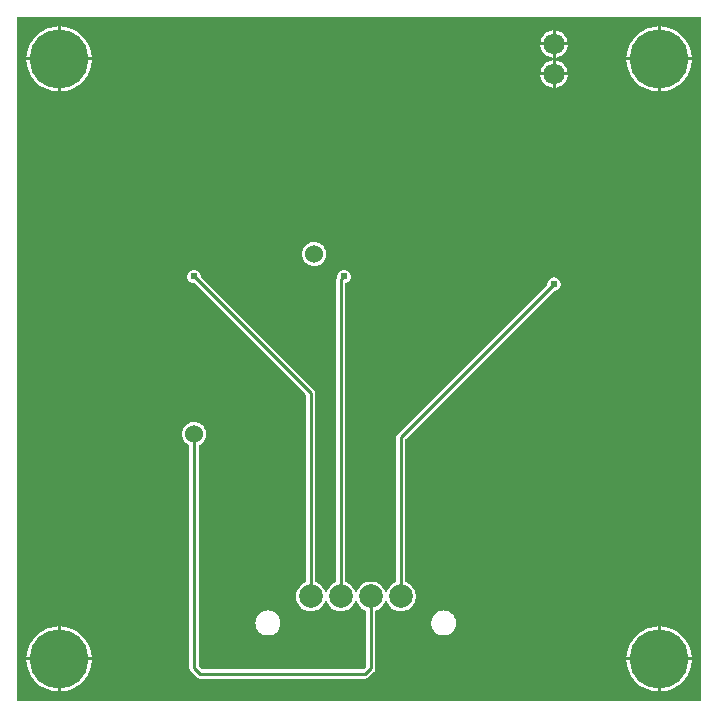
<source format=gbl>
G04 Layer: BottomLayer*
G04 EasyEDA v6.5.32, 2023-07-25 14:04:49*
G04 c9cfb0145de049638fc0d3ee16389aac,5a6b42c53f6a479593ecc07194224c93,10*
G04 Gerber Generator version 0.2*
G04 Scale: 100 percent, Rotated: No, Reflected: No *
G04 Dimensions in millimeters *
G04 leading zeros omitted , absolute positions ,4 integer and 5 decimal *
%FSLAX45Y45*%
%MOMM*%

%ADD10C,0.2540*%
%ADD11C,5.0000*%
%ADD12C,1.8000*%
%ADD13C,1.5240*%
%ADD14C,2.0000*%
%ADD15C,0.6096*%
%ADD16C,0.0132*%

%LPD*%
G36*
X5805932Y25908D02*
G01*
X36068Y26416D01*
X32156Y27178D01*
X28905Y29362D01*
X26670Y32664D01*
X25908Y36576D01*
X25908Y5805932D01*
X26670Y5809843D01*
X28905Y5813094D01*
X32156Y5815330D01*
X36068Y5816092D01*
X5805932Y5816092D01*
X5809843Y5815330D01*
X5813094Y5813094D01*
X5815330Y5809843D01*
X5816092Y5805932D01*
X5816092Y36068D01*
X5815330Y32207D01*
X5813094Y28905D01*
X5809843Y26670D01*
G37*

%LPC*%
G36*
X4456887Y5600700D02*
G01*
X4559300Y5600700D01*
X4559300Y5702960D01*
X4550308Y5701842D01*
X4536186Y5698236D01*
X4522673Y5692851D01*
X4509922Y5685840D01*
X4498136Y5677306D01*
X4487519Y5667349D01*
X4478223Y5656122D01*
X4470450Y5643829D01*
X4464253Y5630672D01*
X4459732Y5616803D01*
X4457039Y5602528D01*
G37*
G36*
X393700Y105562D02*
G01*
X398322Y105664D01*
X421284Y108051D01*
X443992Y112369D01*
X466242Y118618D01*
X487934Y126644D01*
X508812Y136499D01*
X528828Y148031D01*
X547827Y161239D01*
X565607Y175971D01*
X582117Y192125D01*
X597204Y209600D01*
X610819Y228295D01*
X622757Y248107D01*
X633018Y268782D01*
X641553Y290271D01*
X648208Y312369D01*
X653034Y334975D01*
X655929Y357936D01*
X656336Y368300D01*
X393700Y368300D01*
G37*
G36*
X5448300Y105613D02*
G01*
X5448300Y368300D01*
X5185410Y368300D01*
X5187289Y346405D01*
X5191150Y323646D01*
X5196890Y301244D01*
X5204460Y279450D01*
X5213858Y258317D01*
X5224983Y238099D01*
X5237784Y218846D01*
X5252161Y200710D01*
X5267960Y183896D01*
X5285130Y168402D01*
X5303520Y154432D01*
X5323027Y142087D01*
X5343499Y131368D01*
X5364835Y122428D01*
X5386781Y115265D01*
X5409285Y109982D01*
X5432145Y106629D01*
G37*
G36*
X368300Y105613D02*
G01*
X368300Y368300D01*
X105410Y368300D01*
X107289Y346405D01*
X111150Y323646D01*
X116890Y301244D01*
X124460Y279450D01*
X133858Y258317D01*
X144983Y238099D01*
X157784Y218846D01*
X172161Y200710D01*
X187960Y183896D01*
X205130Y168402D01*
X223520Y154432D01*
X243027Y142087D01*
X263499Y131368D01*
X284835Y122428D01*
X306781Y115265D01*
X329285Y109982D01*
X352145Y106629D01*
G37*
G36*
X1575308Y215392D02*
G01*
X2971292Y215392D01*
X2979318Y216204D01*
X2986532Y218389D01*
X2993237Y221945D01*
X2999435Y227075D01*
X3046984Y274624D01*
X3052114Y280822D01*
X3055670Y287528D01*
X3057855Y294741D01*
X3058668Y302768D01*
X3058668Y783742D01*
X3059379Y787552D01*
X3061512Y790803D01*
X3064662Y792988D01*
X3078683Y799338D01*
X3091688Y807161D01*
X3103626Y816559D01*
X3114395Y827278D01*
X3123793Y839266D01*
X3131616Y852271D01*
X3137916Y866190D01*
X3140151Y869340D01*
X3143351Y871474D01*
X3147161Y872185D01*
X3150971Y871474D01*
X3154222Y869340D01*
X3156458Y866190D01*
X3162706Y852271D01*
X3170580Y839266D01*
X3179927Y827278D01*
X3190697Y816559D01*
X3202635Y807161D01*
X3215690Y799338D01*
X3229508Y793089D01*
X3244037Y788568D01*
X3258972Y785825D01*
X3274161Y784910D01*
X3289350Y785825D01*
X3304286Y788568D01*
X3318814Y793089D01*
X3332683Y799338D01*
X3345687Y807161D01*
X3357626Y816559D01*
X3368395Y827278D01*
X3377793Y839266D01*
X3385616Y852271D01*
X3391865Y866140D01*
X3396386Y880668D01*
X3399129Y895603D01*
X3400044Y910793D01*
X3399129Y925982D01*
X3396386Y940917D01*
X3391865Y955446D01*
X3385616Y969264D01*
X3377793Y982319D01*
X3368395Y994257D01*
X3357626Y1005027D01*
X3345687Y1014374D01*
X3332683Y1022248D01*
X3318764Y1028496D01*
X3315614Y1030732D01*
X3313531Y1033983D01*
X3312820Y1037742D01*
X3312820Y2237892D01*
X3313582Y2241804D01*
X3315766Y2245106D01*
X4567478Y3496767D01*
X4570374Y3498799D01*
X4573778Y3499713D01*
X4581804Y3500424D01*
X4591253Y3502964D01*
X4600194Y3507130D01*
X4608220Y3512769D01*
X4615180Y3519678D01*
X4620818Y3527755D01*
X4624933Y3536645D01*
X4627473Y3546144D01*
X4628337Y3555898D01*
X4627473Y3565702D01*
X4624933Y3575202D01*
X4620818Y3584092D01*
X4615180Y3592169D01*
X4608220Y3599078D01*
X4600194Y3604717D01*
X4591253Y3608882D01*
X4581804Y3611422D01*
X4572000Y3612286D01*
X4562195Y3611422D01*
X4552746Y3608882D01*
X4543806Y3604717D01*
X4535779Y3599078D01*
X4528820Y3592169D01*
X4523181Y3584092D01*
X4519066Y3575202D01*
X4516526Y3565702D01*
X4515815Y3557676D01*
X4514900Y3554272D01*
X4512868Y3551377D01*
X3247237Y2285746D01*
X3242106Y2279548D01*
X3238550Y2272893D01*
X3236366Y2265629D01*
X3235604Y2257602D01*
X3235604Y1037793D01*
X3234842Y1033983D01*
X3232759Y1030732D01*
X3229610Y1028496D01*
X3215690Y1022248D01*
X3202635Y1014374D01*
X3190697Y1005027D01*
X3179927Y994257D01*
X3170580Y982319D01*
X3162706Y969264D01*
X3156458Y955344D01*
X3154222Y952195D01*
X3150971Y950112D01*
X3147161Y949350D01*
X3143351Y950112D01*
X3140151Y952195D01*
X3137916Y955344D01*
X3131616Y969264D01*
X3123793Y982319D01*
X3114395Y994257D01*
X3103626Y1005027D01*
X3091688Y1014374D01*
X3078683Y1022248D01*
X3064814Y1028496D01*
X3050286Y1033018D01*
X3035350Y1035761D01*
X3020161Y1036675D01*
X3004972Y1035761D01*
X2990037Y1033018D01*
X2975508Y1028496D01*
X2961690Y1022248D01*
X2948635Y1014374D01*
X2936697Y1005027D01*
X2925927Y994257D01*
X2916580Y982319D01*
X2908706Y969264D01*
X2902458Y955344D01*
X2900222Y952195D01*
X2896971Y950112D01*
X2893161Y949350D01*
X2889351Y950112D01*
X2886151Y952195D01*
X2883916Y955344D01*
X2877616Y969264D01*
X2869793Y982319D01*
X2860395Y994257D01*
X2849626Y1005027D01*
X2837688Y1014374D01*
X2824683Y1022248D01*
X2810764Y1028496D01*
X2807614Y1030732D01*
X2805531Y1033983D01*
X2804769Y1037793D01*
X2804769Y3556457D01*
X2805734Y3560775D01*
X2808427Y3564280D01*
X2822194Y3570681D01*
X2830220Y3576320D01*
X2837180Y3583279D01*
X2842818Y3591306D01*
X2846933Y3600246D01*
X2849473Y3609695D01*
X2850337Y3619500D01*
X2849473Y3629304D01*
X2846933Y3638753D01*
X2842818Y3647694D01*
X2837180Y3655720D01*
X2830220Y3662679D01*
X2822194Y3668318D01*
X2813253Y3672433D01*
X2803804Y3674973D01*
X2794000Y3675837D01*
X2784195Y3674973D01*
X2774746Y3672433D01*
X2765806Y3668318D01*
X2757779Y3662679D01*
X2750820Y3655720D01*
X2745181Y3647694D01*
X2741066Y3638753D01*
X2738526Y3629304D01*
X2737713Y3620262D01*
X2737002Y3617315D01*
X2734106Y3613099D01*
X2730550Y3606444D01*
X2728366Y3599179D01*
X2727553Y3591204D01*
X2727553Y1037793D01*
X2726842Y1033983D01*
X2724759Y1030732D01*
X2721559Y1028496D01*
X2707690Y1022248D01*
X2694635Y1014374D01*
X2682697Y1005027D01*
X2671927Y994257D01*
X2662580Y982319D01*
X2654706Y969264D01*
X2648458Y955344D01*
X2646222Y952195D01*
X2642971Y950112D01*
X2639161Y949350D01*
X2635351Y950112D01*
X2632151Y952195D01*
X2629916Y955344D01*
X2623616Y969264D01*
X2615793Y982319D01*
X2606395Y994257D01*
X2595626Y1005027D01*
X2583688Y1014374D01*
X2570683Y1022248D01*
X2556764Y1028496D01*
X2553614Y1030732D01*
X2551531Y1033983D01*
X2550769Y1037793D01*
X2550769Y2630830D01*
X2550007Y2638856D01*
X2547823Y2646070D01*
X2544267Y2652725D01*
X2539136Y2658973D01*
X1583131Y3614978D01*
X1581099Y3617874D01*
X1580184Y3621278D01*
X1579473Y3629304D01*
X1576933Y3638753D01*
X1572818Y3647694D01*
X1567180Y3655720D01*
X1560220Y3662679D01*
X1552194Y3668318D01*
X1543253Y3672433D01*
X1533804Y3674973D01*
X1524000Y3675837D01*
X1514195Y3674973D01*
X1504746Y3672433D01*
X1495806Y3668318D01*
X1487779Y3662679D01*
X1480820Y3655720D01*
X1475181Y3647694D01*
X1471066Y3638753D01*
X1468526Y3629304D01*
X1467662Y3619500D01*
X1468526Y3609695D01*
X1471066Y3600246D01*
X1475181Y3591306D01*
X1480820Y3583279D01*
X1487779Y3576320D01*
X1495806Y3570681D01*
X1504746Y3566566D01*
X1514195Y3564026D01*
X1522222Y3563315D01*
X1525625Y3562400D01*
X1528521Y3560368D01*
X2470607Y2618282D01*
X2472791Y2614980D01*
X2473553Y2611120D01*
X2473553Y1037793D01*
X2472842Y1033983D01*
X2470759Y1030732D01*
X2467559Y1028496D01*
X2453690Y1022248D01*
X2440635Y1014374D01*
X2428697Y1005027D01*
X2417927Y994257D01*
X2408580Y982319D01*
X2400706Y969264D01*
X2394458Y955446D01*
X2389936Y940917D01*
X2387193Y925982D01*
X2386279Y910793D01*
X2387193Y895603D01*
X2389936Y880668D01*
X2394458Y866140D01*
X2400706Y852271D01*
X2408580Y839266D01*
X2417927Y827278D01*
X2428697Y816559D01*
X2440635Y807161D01*
X2453690Y799338D01*
X2467508Y793089D01*
X2482037Y788568D01*
X2496972Y785825D01*
X2512161Y784910D01*
X2527350Y785825D01*
X2542286Y788568D01*
X2556814Y793089D01*
X2570683Y799338D01*
X2583688Y807161D01*
X2595626Y816559D01*
X2606395Y827278D01*
X2615793Y839266D01*
X2623616Y852271D01*
X2629916Y866190D01*
X2632151Y869340D01*
X2635351Y871474D01*
X2639161Y872185D01*
X2642971Y871474D01*
X2646222Y869340D01*
X2648458Y866190D01*
X2654706Y852271D01*
X2662580Y839266D01*
X2671927Y827278D01*
X2682697Y816559D01*
X2694635Y807161D01*
X2707690Y799338D01*
X2721508Y793089D01*
X2736037Y788568D01*
X2750972Y785825D01*
X2766161Y784910D01*
X2781350Y785825D01*
X2796286Y788568D01*
X2810814Y793089D01*
X2824683Y799338D01*
X2837688Y807161D01*
X2849626Y816559D01*
X2860395Y827278D01*
X2869793Y839266D01*
X2877616Y852271D01*
X2883916Y866190D01*
X2886151Y869340D01*
X2889351Y871474D01*
X2893161Y872185D01*
X2896971Y871474D01*
X2900222Y869340D01*
X2902458Y866190D01*
X2908706Y852271D01*
X2916580Y839266D01*
X2925927Y827278D01*
X2936697Y816559D01*
X2948635Y807161D01*
X2961690Y799338D01*
X2975457Y793089D01*
X2978607Y790854D01*
X2980740Y787654D01*
X2981452Y783844D01*
X2981452Y322478D01*
X2980690Y318566D01*
X2978454Y315264D01*
X2958795Y295605D01*
X2955493Y293370D01*
X2951581Y292608D01*
X1595018Y292608D01*
X1591106Y293370D01*
X1587804Y295605D01*
X1565605Y317804D01*
X1563370Y321106D01*
X1562608Y325018D01*
X1562608Y2185060D01*
X1563319Y2188819D01*
X1565402Y2192070D01*
X1568500Y2194306D01*
X1573072Y2196388D01*
X1584553Y2203754D01*
X1594967Y2212543D01*
X1604111Y2222652D01*
X1611833Y2233879D01*
X1617980Y2246071D01*
X1622450Y2258974D01*
X1625193Y2272334D01*
X1626107Y2285949D01*
X1625193Y2299512D01*
X1622450Y2312873D01*
X1617980Y2325776D01*
X1611833Y2337968D01*
X1604111Y2349195D01*
X1594967Y2359304D01*
X1584553Y2368092D01*
X1573072Y2375458D01*
X1560677Y2381199D01*
X1547672Y2385212D01*
X1534210Y2387498D01*
X1520596Y2387955D01*
X1507032Y2386584D01*
X1493774Y2383434D01*
X1481023Y2378506D01*
X1469085Y2371953D01*
X1458112Y2363876D01*
X1448308Y2354427D01*
X1439824Y2343708D01*
X1432864Y2331974D01*
X1427581Y2319426D01*
X1423974Y2306269D01*
X1422146Y2292756D01*
X1422146Y2279091D01*
X1423974Y2265578D01*
X1427581Y2252421D01*
X1432864Y2239873D01*
X1439824Y2228138D01*
X1448308Y2217470D01*
X1458112Y2207971D01*
X1469085Y2199894D01*
X1480108Y2193848D01*
X1482902Y2191562D01*
X1484731Y2188464D01*
X1485392Y2184908D01*
X1485392Y305308D01*
X1486204Y297281D01*
X1488389Y290068D01*
X1491945Y283362D01*
X1497076Y277164D01*
X1547164Y227075D01*
X1553362Y221945D01*
X1560068Y218389D01*
X1567281Y216204D01*
G37*
G36*
X4584700Y5600700D02*
G01*
X4687112Y5600700D01*
X4686960Y5602528D01*
X4684268Y5616803D01*
X4679746Y5630672D01*
X4673549Y5643829D01*
X4665776Y5656122D01*
X4656480Y5667349D01*
X4645863Y5677306D01*
X4634077Y5685840D01*
X4621326Y5692851D01*
X4607814Y5698236D01*
X4593691Y5701842D01*
X4584700Y5702960D01*
G37*
G36*
X5473700Y393700D02*
G01*
X5736336Y393700D01*
X5735929Y404063D01*
X5733034Y427024D01*
X5728208Y449630D01*
X5721553Y471728D01*
X5713018Y493217D01*
X5702757Y513892D01*
X5690819Y533704D01*
X5677204Y552348D01*
X5662117Y569874D01*
X5645607Y586028D01*
X5627827Y600760D01*
X5608828Y613968D01*
X5588812Y625500D01*
X5567934Y635355D01*
X5546242Y643382D01*
X5523992Y649630D01*
X5501284Y653948D01*
X5478322Y656336D01*
X5473700Y656437D01*
G37*
G36*
X393700Y393700D02*
G01*
X656336Y393700D01*
X655929Y404063D01*
X653034Y427024D01*
X648208Y449630D01*
X641553Y471728D01*
X633018Y493217D01*
X622757Y513892D01*
X610819Y533704D01*
X597204Y552348D01*
X582117Y569874D01*
X565607Y586028D01*
X547827Y600760D01*
X528828Y613968D01*
X508812Y625500D01*
X487934Y635355D01*
X466242Y643382D01*
X443992Y649630D01*
X421284Y653948D01*
X398322Y656336D01*
X393700Y656437D01*
G37*
G36*
X5185410Y393700D02*
G01*
X5448300Y393700D01*
X5448300Y656386D01*
X5432145Y655370D01*
X5409285Y652018D01*
X5386781Y646734D01*
X5364835Y639572D01*
X5343499Y630631D01*
X5323027Y619912D01*
X5303520Y607568D01*
X5285130Y593598D01*
X5267960Y578104D01*
X5252161Y561289D01*
X5237784Y543153D01*
X5224983Y523900D01*
X5213858Y503682D01*
X5204460Y482549D01*
X5196890Y460756D01*
X5191150Y438353D01*
X5187289Y415594D01*
G37*
G36*
X105410Y393700D02*
G01*
X368300Y393700D01*
X368300Y656386D01*
X352145Y655370D01*
X329285Y652018D01*
X306781Y646734D01*
X284835Y639572D01*
X263499Y630631D01*
X243027Y619912D01*
X223520Y607568D01*
X205130Y593598D01*
X187960Y578104D01*
X172161Y561289D01*
X157784Y543153D01*
X144983Y523900D01*
X133858Y503682D01*
X124460Y482549D01*
X116890Y460756D01*
X111150Y438353D01*
X107289Y415594D01*
G37*
G36*
X2149602Y579882D02*
G01*
X2163419Y580796D01*
X2176983Y583488D01*
X2190140Y587959D01*
X2202535Y594055D01*
X2214067Y601776D01*
X2224481Y610920D01*
X2233625Y621334D01*
X2241296Y632815D01*
X2247442Y645261D01*
X2251862Y658368D01*
X2254605Y671931D01*
X2255469Y685749D01*
X2254605Y699617D01*
X2251862Y713181D01*
X2247442Y726287D01*
X2241296Y738733D01*
X2233625Y750214D01*
X2224481Y760628D01*
X2214067Y769772D01*
X2202535Y777494D01*
X2190140Y783590D01*
X2176983Y788060D01*
X2163419Y790752D01*
X2149602Y791667D01*
X2135784Y790752D01*
X2122220Y788060D01*
X2109063Y783590D01*
X2096668Y777494D01*
X2085136Y769772D01*
X2074722Y760628D01*
X2065578Y750214D01*
X2057907Y738733D01*
X2051761Y726287D01*
X2047341Y713181D01*
X2044598Y699617D01*
X2043734Y685749D01*
X2044598Y671931D01*
X2047341Y658368D01*
X2051761Y645261D01*
X2057907Y632815D01*
X2065578Y621334D01*
X2074722Y610920D01*
X2085136Y601776D01*
X2096668Y594055D01*
X2109063Y587959D01*
X2122220Y583488D01*
X2135784Y580796D01*
G37*
G36*
X3636772Y579882D02*
G01*
X3650640Y580796D01*
X3664204Y583488D01*
X3677310Y587959D01*
X3689756Y594055D01*
X3701237Y601776D01*
X3711651Y610920D01*
X3720795Y621334D01*
X3728516Y632815D01*
X3734612Y645261D01*
X3739083Y658368D01*
X3741775Y671931D01*
X3742690Y685749D01*
X3741775Y699617D01*
X3739083Y713181D01*
X3734612Y726287D01*
X3728516Y738733D01*
X3720795Y750214D01*
X3711651Y760628D01*
X3701237Y769772D01*
X3689756Y777494D01*
X3677310Y783590D01*
X3664204Y788060D01*
X3650640Y790752D01*
X3636772Y791667D01*
X3622954Y790752D01*
X3609390Y788060D01*
X3596284Y783590D01*
X3583838Y777494D01*
X3572357Y769772D01*
X3561943Y760628D01*
X3552799Y750214D01*
X3545078Y738733D01*
X3538982Y726287D01*
X3534511Y713181D01*
X3531819Y699617D01*
X3530904Y685749D01*
X3531819Y671931D01*
X3534511Y658368D01*
X3538982Y645261D01*
X3545078Y632815D01*
X3552799Y621334D01*
X3561943Y610920D01*
X3572357Y601776D01*
X3583838Y594055D01*
X3596284Y587959D01*
X3609390Y583488D01*
X3622954Y580796D01*
G37*
G36*
X105410Y5473700D02*
G01*
X368300Y5473700D01*
X368300Y5736386D01*
X352145Y5735370D01*
X329285Y5732018D01*
X306781Y5726734D01*
X284835Y5719572D01*
X263499Y5710631D01*
X243027Y5699912D01*
X223520Y5687568D01*
X205130Y5673598D01*
X187960Y5658104D01*
X172161Y5641289D01*
X157784Y5623153D01*
X144983Y5603900D01*
X133858Y5583682D01*
X124460Y5562549D01*
X116890Y5540756D01*
X111150Y5518353D01*
X107289Y5495594D01*
G37*
G36*
X5185410Y5473700D02*
G01*
X5448300Y5473700D01*
X5448300Y5736386D01*
X5432145Y5735370D01*
X5409285Y5732018D01*
X5386781Y5726734D01*
X5364835Y5719572D01*
X5343499Y5710631D01*
X5323027Y5699912D01*
X5303520Y5687568D01*
X5285130Y5673598D01*
X5267960Y5658104D01*
X5252161Y5641289D01*
X5237784Y5623153D01*
X5224983Y5603900D01*
X5213858Y5583682D01*
X5204460Y5562549D01*
X5196890Y5540756D01*
X5191150Y5518353D01*
X5187289Y5495594D01*
G37*
G36*
X393700Y5473700D02*
G01*
X656336Y5473700D01*
X655929Y5484063D01*
X653034Y5507024D01*
X648208Y5529630D01*
X641553Y5551728D01*
X633018Y5573217D01*
X622757Y5593892D01*
X610819Y5613704D01*
X597204Y5632348D01*
X582117Y5649874D01*
X565607Y5666028D01*
X547827Y5680760D01*
X528828Y5693968D01*
X508812Y5705500D01*
X487934Y5715355D01*
X466242Y5723382D01*
X443992Y5729630D01*
X421284Y5733948D01*
X398322Y5736336D01*
X393700Y5736437D01*
G37*
G36*
X5473700Y5473700D02*
G01*
X5736336Y5473700D01*
X5735929Y5484063D01*
X5733034Y5507024D01*
X5728208Y5529630D01*
X5721553Y5551728D01*
X5713018Y5573217D01*
X5702757Y5593892D01*
X5690819Y5613704D01*
X5677204Y5632348D01*
X5662117Y5649874D01*
X5645607Y5666028D01*
X5627827Y5680760D01*
X5608828Y5693968D01*
X5588812Y5705500D01*
X5567934Y5715355D01*
X5546242Y5723382D01*
X5523992Y5729630D01*
X5501284Y5733948D01*
X5478322Y5736336D01*
X5473700Y5736437D01*
G37*
G36*
X4559300Y5473039D02*
G01*
X4559300Y5575300D01*
X4456887Y5575300D01*
X4457039Y5573471D01*
X4459732Y5559196D01*
X4464253Y5545328D01*
X4470450Y5532170D01*
X4478223Y5519877D01*
X4487519Y5508650D01*
X4498136Y5498693D01*
X4509922Y5490159D01*
X4522673Y5483148D01*
X4536186Y5477764D01*
X4550308Y5474157D01*
G37*
G36*
X5473700Y105562D02*
G01*
X5478322Y105664D01*
X5501284Y108051D01*
X5523992Y112369D01*
X5546242Y118618D01*
X5567934Y126644D01*
X5588812Y136499D01*
X5608828Y148031D01*
X5627827Y161239D01*
X5645607Y175971D01*
X5662117Y192125D01*
X5677204Y209600D01*
X5690819Y228295D01*
X5702757Y248107D01*
X5713018Y268782D01*
X5721553Y290271D01*
X5728208Y312369D01*
X5733034Y334975D01*
X5735929Y357936D01*
X5736336Y368300D01*
X5473700Y368300D01*
G37*
G36*
X2536596Y3707892D02*
G01*
X2550210Y3708349D01*
X2563672Y3710635D01*
X2576677Y3714648D01*
X2589072Y3720388D01*
X2600553Y3727754D01*
X2610967Y3736543D01*
X2620111Y3746652D01*
X2627833Y3757879D01*
X2633980Y3770071D01*
X2638450Y3782974D01*
X2641193Y3796334D01*
X2642108Y3809949D01*
X2641193Y3823512D01*
X2638450Y3836873D01*
X2633980Y3849776D01*
X2627833Y3861968D01*
X2620111Y3873195D01*
X2610967Y3883304D01*
X2600553Y3892092D01*
X2589072Y3899458D01*
X2576677Y3905199D01*
X2563672Y3909212D01*
X2550210Y3911498D01*
X2536596Y3911955D01*
X2523032Y3910584D01*
X2509774Y3907434D01*
X2497023Y3902506D01*
X2485085Y3895953D01*
X2474112Y3887876D01*
X2464308Y3878427D01*
X2455824Y3867708D01*
X2448864Y3855974D01*
X2443581Y3843426D01*
X2439974Y3830269D01*
X2438146Y3816756D01*
X2438146Y3803091D01*
X2439974Y3789578D01*
X2443581Y3776421D01*
X2448864Y3763873D01*
X2455824Y3752138D01*
X2464308Y3741470D01*
X2474112Y3731971D01*
X2485085Y3723894D01*
X2497023Y3717340D01*
X2509774Y3712413D01*
X2523032Y3709263D01*
G37*
G36*
X5473700Y5185562D02*
G01*
X5478322Y5185664D01*
X5501284Y5188051D01*
X5523992Y5192369D01*
X5546242Y5198618D01*
X5567934Y5206644D01*
X5588812Y5216499D01*
X5608828Y5228031D01*
X5627827Y5241239D01*
X5645607Y5255971D01*
X5662117Y5272125D01*
X5677204Y5289600D01*
X5690819Y5308295D01*
X5702757Y5328107D01*
X5713018Y5348782D01*
X5721553Y5370271D01*
X5728208Y5392369D01*
X5733034Y5414975D01*
X5735929Y5437936D01*
X5736336Y5448300D01*
X5473700Y5448300D01*
G37*
G36*
X393700Y5185562D02*
G01*
X398322Y5185664D01*
X421284Y5188051D01*
X443992Y5192369D01*
X466242Y5198618D01*
X487934Y5206644D01*
X508812Y5216499D01*
X528828Y5228031D01*
X547827Y5241239D01*
X565607Y5255971D01*
X582117Y5272125D01*
X597204Y5289600D01*
X610819Y5308295D01*
X622757Y5328107D01*
X633018Y5348782D01*
X641553Y5370271D01*
X648208Y5392369D01*
X653034Y5414975D01*
X655929Y5437936D01*
X656336Y5448300D01*
X393700Y5448300D01*
G37*
G36*
X5448300Y5185613D02*
G01*
X5448300Y5448300D01*
X5185410Y5448300D01*
X5187289Y5426405D01*
X5191150Y5403646D01*
X5196890Y5381244D01*
X5204460Y5359450D01*
X5213858Y5338318D01*
X5224983Y5318099D01*
X5237784Y5298846D01*
X5252161Y5280710D01*
X5267960Y5263896D01*
X5285130Y5248402D01*
X5303520Y5234432D01*
X5323027Y5222087D01*
X5343499Y5211368D01*
X5364835Y5202428D01*
X5386781Y5195265D01*
X5409285Y5189982D01*
X5432145Y5186629D01*
G37*
G36*
X368300Y5185613D02*
G01*
X368300Y5448300D01*
X105410Y5448300D01*
X107289Y5426405D01*
X111150Y5403646D01*
X116890Y5381244D01*
X124460Y5359450D01*
X133858Y5338318D01*
X144983Y5318099D01*
X157784Y5298846D01*
X172161Y5280710D01*
X187960Y5263896D01*
X205130Y5248402D01*
X223520Y5234432D01*
X243027Y5222087D01*
X263499Y5211368D01*
X284835Y5202428D01*
X306781Y5195265D01*
X329285Y5189982D01*
X352145Y5186629D01*
G37*
G36*
X4584700Y5219039D02*
G01*
X4593691Y5220157D01*
X4607814Y5223764D01*
X4621326Y5229148D01*
X4634077Y5236159D01*
X4645863Y5244693D01*
X4656480Y5254650D01*
X4665776Y5265877D01*
X4673549Y5278170D01*
X4679746Y5291328D01*
X4684268Y5305196D01*
X4686960Y5319471D01*
X4687112Y5321300D01*
X4584700Y5321300D01*
G37*
G36*
X4559300Y5219039D02*
G01*
X4559300Y5321300D01*
X4456887Y5321300D01*
X4457039Y5319471D01*
X4459732Y5305196D01*
X4464253Y5291328D01*
X4470450Y5278170D01*
X4478223Y5265877D01*
X4487519Y5254650D01*
X4498136Y5244693D01*
X4509922Y5236159D01*
X4522673Y5229148D01*
X4536186Y5223764D01*
X4550308Y5220157D01*
G37*
G36*
X4584700Y5346700D02*
G01*
X4687112Y5346700D01*
X4686960Y5348528D01*
X4684268Y5362803D01*
X4679746Y5376672D01*
X4673549Y5389829D01*
X4665776Y5402122D01*
X4656480Y5413349D01*
X4645863Y5423306D01*
X4634077Y5431840D01*
X4621326Y5438851D01*
X4607814Y5444236D01*
X4593691Y5447842D01*
X4584700Y5448960D01*
G37*
G36*
X4456887Y5346700D02*
G01*
X4559300Y5346700D01*
X4559300Y5448960D01*
X4550308Y5447842D01*
X4536186Y5444236D01*
X4522673Y5438851D01*
X4509922Y5431840D01*
X4498136Y5423306D01*
X4487519Y5413349D01*
X4478223Y5402122D01*
X4470450Y5389829D01*
X4464253Y5376672D01*
X4459732Y5362803D01*
X4457039Y5348528D01*
G37*
G36*
X4584700Y5473039D02*
G01*
X4593691Y5474157D01*
X4607814Y5477764D01*
X4621326Y5483148D01*
X4634077Y5490159D01*
X4645863Y5498693D01*
X4656480Y5508650D01*
X4665776Y5519877D01*
X4673549Y5532170D01*
X4679746Y5545328D01*
X4684268Y5559196D01*
X4686960Y5573471D01*
X4687112Y5575300D01*
X4584700Y5575300D01*
G37*

%LPD*%
D10*
X3274186Y910793D02*
G01*
X3274186Y2258113D01*
X4572000Y3555926D01*
X2766181Y910790D02*
G01*
X2766181Y3591681D01*
X2794000Y3619500D01*
X2512181Y910790D02*
G01*
X2512181Y2631318D01*
X1524000Y3619500D01*
X1524000Y2285926D02*
G01*
X1524000Y304800D01*
X1574800Y254000D01*
X2971800Y254000D01*
X3020059Y302260D01*
X3020059Y910844D01*
D11*
G01*
X381000Y5461000D03*
G01*
X5461000Y5461000D03*
G01*
X5461000Y381000D03*
G01*
X381000Y381000D03*
D12*
G01*
X4572000Y5588000D03*
G01*
X4572000Y5334000D03*
D13*
G01*
X1524000Y2285923D03*
G01*
X2540000Y3809923D03*
D14*
G01*
X3274186Y910793D03*
G01*
X2512186Y910793D03*
G01*
X2766186Y910793D03*
G01*
X3020186Y910793D03*
D15*
G01*
X1524000Y3619500D03*
G01*
X4572000Y3555923D03*
G01*
X2794000Y3619500D03*
G01*
X3175000Y3035300D03*
M02*

</source>
